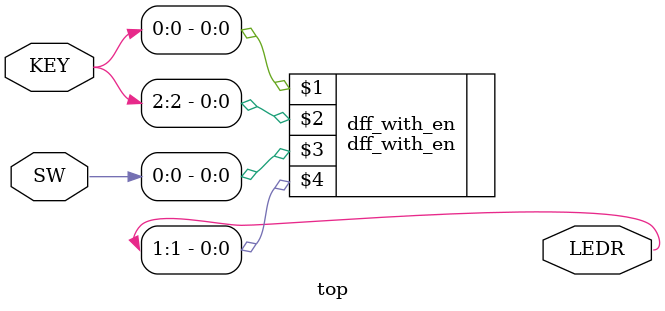
<source format=v>

module top (SW, KEY, LEDR);

    input wire [9:0] SW;        // DE-series switches
    input wire [3:0] KEY;       // DE-series pushbuttons

    output wire [9:0] LEDR;     // DE-series LEDs   

    dff_with_en dff_with_en (KEY[0], KEY[2], SW[0], LEDR[1]);
 
endmodule


</source>
